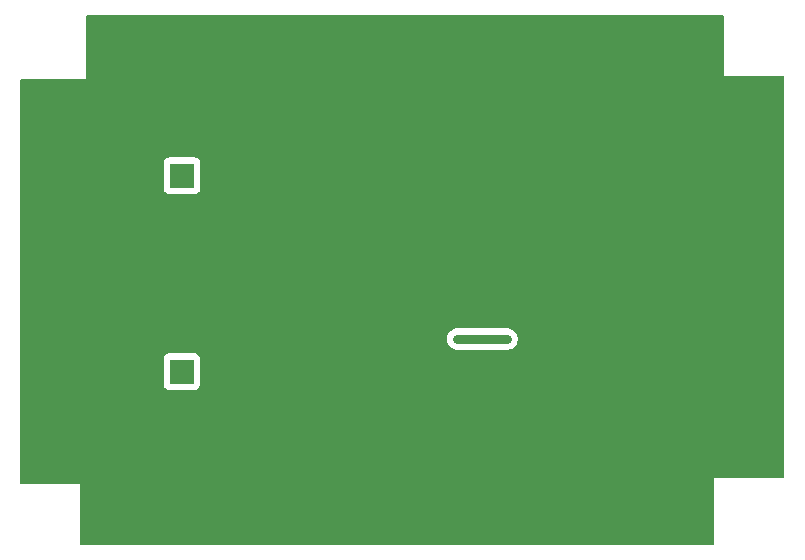
<source format=gbl>
G04 #@! TF.GenerationSoftware,KiCad,Pcbnew,8.0.5*
G04 #@! TF.CreationDate,2025-02-04T03:05:46-08:00*
G04 #@! TF.ProjectId,12v converter,31327620-636f-46e7-9665-727465722e6b,rev?*
G04 #@! TF.SameCoordinates,Original*
G04 #@! TF.FileFunction,Copper,L2,Bot*
G04 #@! TF.FilePolarity,Positive*
%FSLAX46Y46*%
G04 Gerber Fmt 4.6, Leading zero omitted, Abs format (unit mm)*
G04 Created by KiCad (PCBNEW 8.0.5) date 2025-02-04 03:05:46*
%MOMM*%
%LPD*%
G01*
G04 APERTURE LIST*
G04 #@! TA.AperFunction,ComponentPad*
%ADD10R,2.100000X2.100000*%
G04 #@! TD*
G04 #@! TA.AperFunction,ComponentPad*
%ADD11C,2.100000*%
G04 #@! TD*
G04 #@! TA.AperFunction,ViaPad*
%ADD12C,0.600000*%
G04 #@! TD*
G04 #@! TA.AperFunction,Conductor*
%ADD13C,0.800000*%
G04 #@! TD*
G04 #@! TA.AperFunction,Conductor*
%ADD14C,0.200000*%
G04 #@! TD*
G04 APERTURE END LIST*
D10*
X132784364Y-116473208D03*
D11*
X123784364Y-122823208D03*
D10*
X132788785Y-99898090D03*
D11*
X123788785Y-106248090D03*
D12*
X160332793Y-113740000D03*
X156116974Y-113716974D03*
X145300000Y-127150000D03*
X164143221Y-103818560D03*
X150600000Y-127150000D03*
X171850000Y-127150000D03*
X166650000Y-127150000D03*
X162800000Y-111200000D03*
X168703220Y-103818559D03*
X155700000Y-127150000D03*
D13*
X160309767Y-113716974D02*
X160332793Y-113740000D01*
X156116974Y-113716974D02*
X160309767Y-113716974D01*
D14*
X164143222Y-103818559D02*
X164143221Y-103818560D01*
X168703220Y-103818559D02*
X164143222Y-103818559D01*
G04 #@! TA.AperFunction,Conductor*
G36*
X178593039Y-86267200D02*
G01*
X178638794Y-86320004D01*
X178650000Y-86371515D01*
X178650000Y-91450000D01*
X183675500Y-91450000D01*
X183742539Y-91469685D01*
X183788294Y-91522489D01*
X183799500Y-91574000D01*
X183799500Y-125326000D01*
X183779815Y-125393039D01*
X183727011Y-125438794D01*
X183675500Y-125450000D01*
X177899999Y-125450000D01*
X177850000Y-125499999D01*
X177850000Y-131075500D01*
X177830315Y-131142539D01*
X177777511Y-131188294D01*
X177726000Y-131199500D01*
X124249000Y-131199500D01*
X124181961Y-131179815D01*
X124136206Y-131127011D01*
X124125000Y-131075500D01*
X124125000Y-126000000D01*
X119235928Y-126000000D01*
X119168889Y-125980315D01*
X119123134Y-125927511D01*
X119111928Y-125876000D01*
X119111928Y-115375343D01*
X131233864Y-115375343D01*
X131233864Y-117571078D01*
X131233865Y-117571084D01*
X131240272Y-117630691D01*
X131290566Y-117765536D01*
X131290570Y-117765543D01*
X131376816Y-117880752D01*
X131376819Y-117880755D01*
X131492028Y-117967001D01*
X131492035Y-117967005D01*
X131626881Y-118017299D01*
X131626880Y-118017299D01*
X131633808Y-118018043D01*
X131686491Y-118023708D01*
X133882236Y-118023707D01*
X133941847Y-118017299D01*
X134076695Y-117967004D01*
X134191910Y-117880754D01*
X134278160Y-117765539D01*
X134328455Y-117630691D01*
X134334864Y-117571081D01*
X134334863Y-115375336D01*
X134328455Y-115315725D01*
X134278160Y-115180877D01*
X134278159Y-115180876D01*
X134278157Y-115180872D01*
X134191911Y-115065663D01*
X134191908Y-115065660D01*
X134076699Y-114979414D01*
X134076692Y-114979410D01*
X133941846Y-114929116D01*
X133941847Y-114929116D01*
X133882247Y-114922709D01*
X133882245Y-114922708D01*
X133882237Y-114922708D01*
X133882228Y-114922708D01*
X131686493Y-114922708D01*
X131686487Y-114922709D01*
X131626880Y-114929116D01*
X131492035Y-114979410D01*
X131492028Y-114979414D01*
X131376819Y-115065660D01*
X131376816Y-115065663D01*
X131290570Y-115180872D01*
X131290566Y-115180879D01*
X131240272Y-115315725D01*
X131233865Y-115375324D01*
X131233865Y-115375331D01*
X131233864Y-115375343D01*
X119111928Y-115375343D01*
X119111928Y-113628278D01*
X155216474Y-113628278D01*
X155216474Y-113805669D01*
X155251077Y-113979632D01*
X155251080Y-113979641D01*
X155318957Y-114143514D01*
X155318964Y-114143527D01*
X155417509Y-114291008D01*
X155417512Y-114291012D01*
X155542935Y-114416435D01*
X155542939Y-114416438D01*
X155690420Y-114514983D01*
X155690433Y-114514990D01*
X155813337Y-114565897D01*
X155854308Y-114582868D01*
X155854310Y-114582868D01*
X155854315Y-114582870D01*
X156028278Y-114617473D01*
X156028281Y-114617474D01*
X156028283Y-114617474D01*
X160116129Y-114617474D01*
X160140320Y-114619857D01*
X160244099Y-114640499D01*
X160244101Y-114640500D01*
X160244102Y-114640500D01*
X160421486Y-114640500D01*
X160421487Y-114640499D01*
X160595459Y-114605895D01*
X160759340Y-114538013D01*
X160906829Y-114439464D01*
X161032257Y-114314036D01*
X161130806Y-114166547D01*
X161198688Y-114002666D01*
X161233293Y-113828692D01*
X161233293Y-113651309D01*
X161198688Y-113477334D01*
X161130806Y-113313454D01*
X161130804Y-113313451D01*
X161130802Y-113313447D01*
X161032257Y-113165965D01*
X160883805Y-113017512D01*
X160883804Y-113017511D01*
X160883803Y-113017510D01*
X160824726Y-112978037D01*
X160824725Y-112978035D01*
X160736311Y-112918959D01*
X160736309Y-112918958D01*
X160654374Y-112885020D01*
X160654373Y-112885020D01*
X160572433Y-112851079D01*
X160572425Y-112851077D01*
X160398463Y-112816474D01*
X160398459Y-112816474D01*
X160398458Y-112816474D01*
X156028283Y-112816474D01*
X156028280Y-112816474D01*
X155854315Y-112851077D01*
X155854306Y-112851080D01*
X155690433Y-112918957D01*
X155690420Y-112918964D01*
X155542939Y-113017509D01*
X155542935Y-113017512D01*
X155417512Y-113142935D01*
X155417509Y-113142939D01*
X155318964Y-113290420D01*
X155318957Y-113290433D01*
X155251080Y-113454306D01*
X155251077Y-113454315D01*
X155216474Y-113628278D01*
X119111928Y-113628278D01*
X119111928Y-98800225D01*
X131238285Y-98800225D01*
X131238285Y-100995960D01*
X131238286Y-100995966D01*
X131244693Y-101055573D01*
X131294987Y-101190418D01*
X131294991Y-101190425D01*
X131381237Y-101305634D01*
X131381240Y-101305637D01*
X131496449Y-101391883D01*
X131496456Y-101391887D01*
X131631302Y-101442181D01*
X131631301Y-101442181D01*
X131638229Y-101442925D01*
X131690912Y-101448590D01*
X133886657Y-101448589D01*
X133946268Y-101442181D01*
X134081116Y-101391886D01*
X134196331Y-101305636D01*
X134282581Y-101190421D01*
X134332876Y-101055573D01*
X134339285Y-100995963D01*
X134339284Y-98800218D01*
X134332876Y-98740607D01*
X134282581Y-98605759D01*
X134282580Y-98605758D01*
X134282578Y-98605754D01*
X134196332Y-98490545D01*
X134196329Y-98490542D01*
X134081120Y-98404296D01*
X134081113Y-98404292D01*
X133946267Y-98353998D01*
X133946268Y-98353998D01*
X133886668Y-98347591D01*
X133886666Y-98347590D01*
X133886658Y-98347590D01*
X133886649Y-98347590D01*
X131690914Y-98347590D01*
X131690908Y-98347591D01*
X131631301Y-98353998D01*
X131496456Y-98404292D01*
X131496449Y-98404296D01*
X131381240Y-98490542D01*
X131381237Y-98490545D01*
X131294991Y-98605754D01*
X131294987Y-98605761D01*
X131244693Y-98740607D01*
X131238286Y-98800206D01*
X131238286Y-98800213D01*
X131238285Y-98800225D01*
X119111928Y-98800225D01*
X119111928Y-91824000D01*
X119131613Y-91756961D01*
X119184417Y-91711206D01*
X119235928Y-91700000D01*
X124700000Y-91700000D01*
X124700000Y-86371515D01*
X124719685Y-86304476D01*
X124772489Y-86258721D01*
X124824000Y-86247515D01*
X178526000Y-86247515D01*
X178593039Y-86267200D01*
G37*
G04 #@! TD.AperFunction*
M02*

</source>
